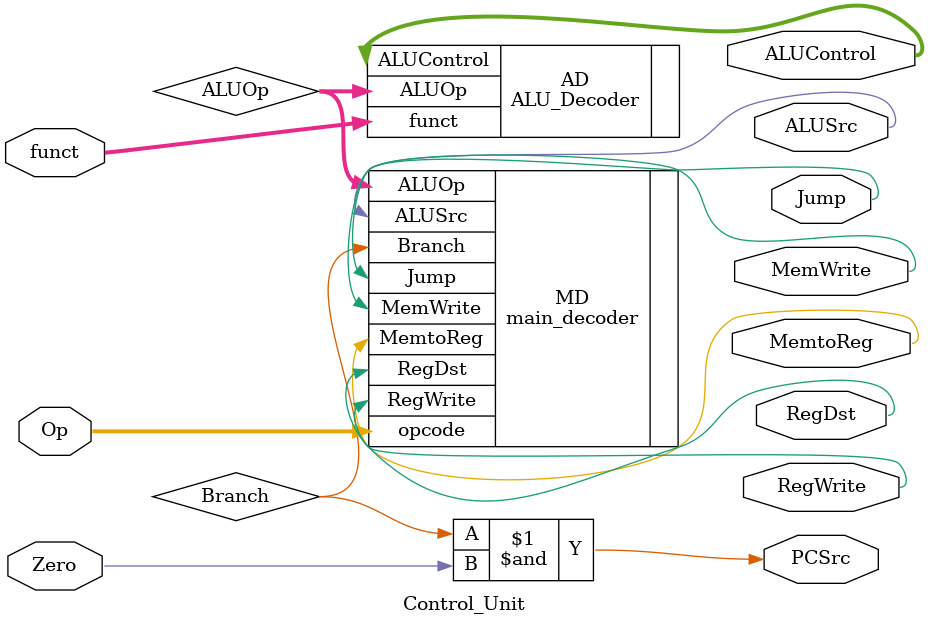
<source format=v>

module Control_Unit (

  input [5:0] funct,Op,
  input Zero,
  output RegWrite,MemtoReg,MemWrite,ALUSrc,RegDst,Jump,PCSrc,
  output [2:0] ALUControl
  
);

wire [1:0] ALUOp;
wire Branch;
assign PCSrc = Branch & Zero ;

// Instantiate the main_decoder
main_decoder MD (
    .opcode(Op), 
    .MemtoReg(MemtoReg), 
    .MemWrite(MemWrite), 
    .Branch(Branch), 
    .ALUSrc(ALUSrc), 
    .RegDst(RegDst), 
    .RegWrite(RegWrite), 
    .Jump(Jump), 
    .ALUOp(ALUOp)
  );
  


  // Instantiate the ALU_Decoder
  ALU_Decoder AD (
    .funct(funct), 
    .ALUOp(ALUOp), 
    .ALUControl(ALUControl)
  );
 



endmodule
</source>
